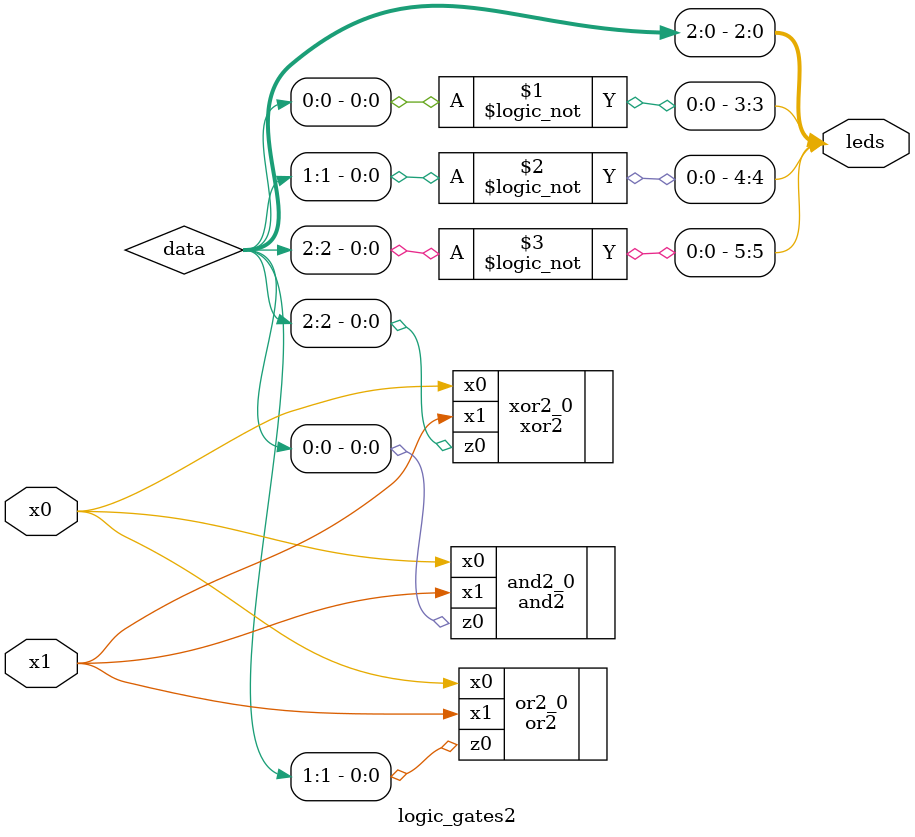
<source format=v>

`include "../and2/and2.v"
`include "../or2/or2.v"
`include "../xor2/xor2.v"

module logic_gates2(x0, x1, leds);

input x0, x1;
output[5:0] leds;

wire x0, x1;
wire[2:0] data;

// AND2 Module
and2 and2_0(.x0(x0), .x1(x1), .z0(data[0]));

// OR2 Module
or2 or2_0(.x0(x0), .x1(x1), .z0(data[1]));

// XOR2 Module
xor2 xor2_0(.x0(x0), .x1(x1), .z0(data[2]));

// continuous assign
assign leds[0] = data[0];   //AND2
assign leds[1] = data[1];   //OR2
assign leds[2] = data[2];   //XOR2
assign leds[3] = !data[0];  //NAND2
assign leds[4] = !data[1];  //NOR2
assign leds[5] = !data[2];  //XNOR2

endmodule
</source>
